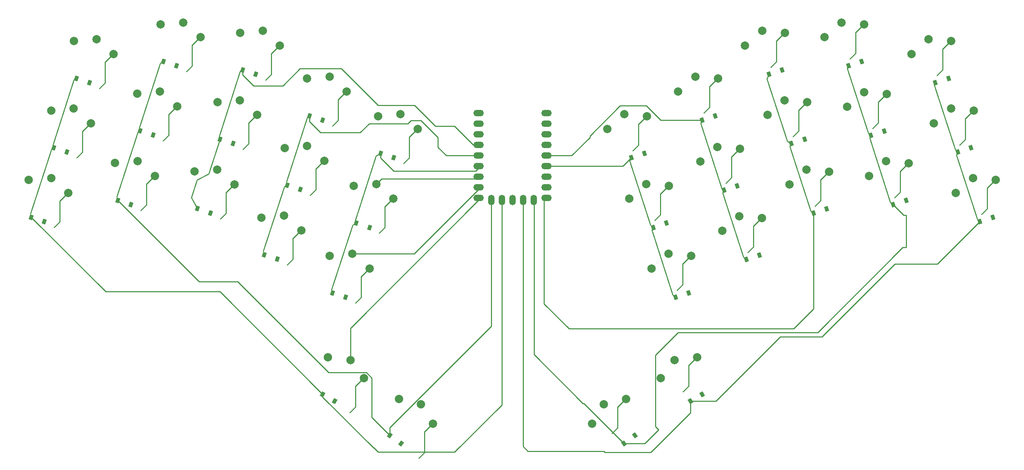
<source format=gbr>
%TF.GenerationSoftware,KiCad,Pcbnew,(6.0.7-1)-1*%
%TF.CreationDate,2023-02-18T17:29:48+08:00*%
%TF.ProjectId,karp2040,6b617270-3230-4343-902e-6b696361645f,rev?*%
%TF.SameCoordinates,Original*%
%TF.FileFunction,Copper,L1,Top*%
%TF.FilePolarity,Positive*%
%FSLAX46Y46*%
G04 Gerber Fmt 4.6, Leading zero omitted, Abs format (unit mm)*
G04 Created by KiCad (PCBNEW (6.0.7-1)-1) date 2023-02-18 17:29:48*
%MOMM*%
%LPD*%
G01*
G04 APERTURE LIST*
G04 Aperture macros list*
%AMRotRect*
0 Rectangle, with rotation*
0 The origin of the aperture is its center*
0 $1 length*
0 $2 width*
0 $3 Rotation angle, in degrees counterclockwise*
0 Add horizontal line*
21,1,$1,$2,0,0,$3*%
%AMFreePoly0*
4,1,50,0.004851,0.125700,0.009301,0.126657,0.029410,0.119120,0.057435,0.111610,0.063500,0.109985,0.069329,0.104156,0.076254,0.101560,0.089017,0.084468,0.109985,0.063500,0.112957,0.052407,0.119034,0.044268,0.120434,0.024505,0.127000,0.000000,0.123179,-0.014260,0.124085,-0.027055,0.115579,-0.042624,0.109985,-0.063500,0.097174,-0.076312,0.089801,-0.089803,-1.873000,-2.052605,
-1.873000,-6.950000,-1.876246,-6.972385,-1.875915,-6.977055,-1.877287,-6.979566,-1.878230,-6.986070,-1.895197,-7.012347,-1.910198,-7.039803,-3.260197,-8.389802,-3.289401,-8.411610,-3.359301,-8.426658,-3.426254,-8.401560,-3.469035,-8.344268,-3.474085,-8.272945,-3.439803,-8.210197,-2.127000,-6.897395,-2.127000,-2.000000,-2.123754,-1.977615,-2.124085,-1.972945,-2.122713,-1.970434,-2.121770,-1.963930,
-2.104806,-1.937658,-2.089803,-1.910197,-0.089803,0.089802,-0.065637,0.107848,-0.063500,0.109985,-0.062369,0.110288,-0.060599,0.111610,-0.044515,0.115071,0.000000,0.127000,0.004851,0.125700,0.004851,0.125700,$1*%
G04 Aperture macros list end*
%TA.AperFunction,ComponentPad*%
%ADD10O,2.500000X1.500000*%
%TD*%
%TA.AperFunction,ComponentPad*%
%ADD11O,1.500000X2.500000*%
%TD*%
%TA.AperFunction,ComponentPad*%
%ADD12C,2.000000*%
%TD*%
%TA.AperFunction,ComponentPad*%
%ADD13RotRect,0.900000X1.200000X324.000000*%
%TD*%
%TA.AperFunction,SMDPad,CuDef*%
%ADD14FreePoly0,324.000000*%
%TD*%
%TA.AperFunction,ComponentPad*%
%ADD15RotRect,0.900000X1.200000X18.000000*%
%TD*%
%TA.AperFunction,SMDPad,CuDef*%
%ADD16FreePoly0,18.000000*%
%TD*%
%TA.AperFunction,ComponentPad*%
%ADD17RotRect,0.900000X1.200000X342.000000*%
%TD*%
%TA.AperFunction,SMDPad,CuDef*%
%ADD18FreePoly0,342.000000*%
%TD*%
%TA.AperFunction,ComponentPad*%
%ADD19RotRect,0.900000X1.200000X30.000000*%
%TD*%
%TA.AperFunction,SMDPad,CuDef*%
%ADD20FreePoly0,30.000000*%
%TD*%
%TA.AperFunction,ComponentPad*%
%ADD21RotRect,0.900000X1.200000X330.000000*%
%TD*%
%TA.AperFunction,SMDPad,CuDef*%
%ADD22FreePoly0,330.000000*%
%TD*%
%TA.AperFunction,ComponentPad*%
%ADD23RotRect,0.900000X1.200000X36.000000*%
%TD*%
%TA.AperFunction,SMDPad,CuDef*%
%ADD24FreePoly0,36.000000*%
%TD*%
%TA.AperFunction,Conductor*%
%ADD25C,0.250000*%
%TD*%
G04 APERTURE END LIST*
D10*
%TO.P,U1,1,0*%
%TO.N,unconnected-(U1-Pad1)*%
X301380994Y126444726D03*
%TO.P,U1,2,1*%
%TO.N,unconnected-(U1-Pad2)*%
X301380994Y123904726D03*
%TO.P,U1,3,2*%
%TO.N,unconnected-(U1-Pad3)*%
X301380994Y121364726D03*
%TO.P,U1,4,3*%
%TO.N,unconnected-(U1-Pad4)*%
X301380994Y118824726D03*
%TO.P,U1,5,4*%
%TO.N,/C7*%
X301380994Y116284726D03*
%TO.P,U1,6,5*%
%TO.N,/C6*%
X301380994Y113744726D03*
%TO.P,U1,7,6*%
%TO.N,unconnected-(U1-Pad7)*%
X301380994Y111204726D03*
%TO.P,U1,8,7*%
%TO.N,/R1*%
X301380994Y108664726D03*
%TO.P,U1,9,8*%
%TO.N,/C8*%
X301380994Y106124726D03*
D11*
%TO.P,U1,10,9*%
%TO.N,/C9*%
X298340994Y105624726D03*
%TO.P,U1,11,10*%
%TO.N,/C10*%
X295800994Y105624726D03*
%TO.P,U1,12,11*%
%TO.N,unconnected-(U1-Pad12)*%
X293260994Y105624726D03*
%TO.P,U1,13,12*%
%TO.N,/C1*%
X290720994Y105624726D03*
%TO.P,U1,14,13*%
%TO.N,/C2*%
X288180994Y105624726D03*
D10*
%TO.P,U1,15,14*%
%TO.N,/R4*%
X285140994Y106124726D03*
%TO.P,U1,16,15*%
%TO.N,/R3*%
X285140994Y108664726D03*
%TO.P,U1,17,26*%
%TO.N,/R2*%
X285140994Y111204726D03*
%TO.P,U1,18,27*%
%TO.N,/C5*%
X285140994Y113744726D03*
%TO.P,U1,19,28*%
%TO.N,/C4*%
X285140994Y116284726D03*
%TO.P,U1,20,29*%
%TO.N,/C3*%
X285140994Y118824726D03*
%TO.P,U1,21,3V3*%
%TO.N,unconnected-(U1-Pad21)*%
X285140994Y121364726D03*
%TO.P,U1,22,GND*%
%TO.N,unconnected-(U1-Pad22)*%
X285140994Y123904726D03*
%TO.P,U1,23,5V*%
%TO.N,unconnected-(U1-Pad23)*%
X285140994Y126444726D03*
%TD*%
D12*
%TO.P,K8,1*%
%TO.N,/R4*%
X271373961Y56698503D03*
D13*
%TO.P,K8,2*%
%TO.N,/C2*%
X263926116Y49254572D03*
%TO.P,K8,3*%
%TO.N,N/C*%
X266595872Y47314880D03*
D12*
X266094527Y57938493D03*
D14*
X274184697Y52060641D03*
D12*
X274184697Y52060641D03*
%TD*%
%TO.P,K28,1*%
%TO.N,/R3*%
X363667342Y112877028D03*
D15*
%TO.P,K28,2*%
%TO.N,/C8*%
X365311876Y102476162D03*
%TO.P,K28,3*%
%TO.N,N/C*%
X368450362Y103495918D03*
D12*
X359560995Y109334724D03*
X369071561Y112424894D03*
D16*
X369071561Y112424894D03*
%TD*%
D12*
%TO.P,K27,1*%
%TO.N,/R2*%
X358387796Y129545958D03*
D15*
%TO.P,K27,2*%
%TO.N,/C8*%
X360032330Y119145092D03*
D12*
%TO.P,K27,3*%
%TO.N,N/C*%
X363792015Y129093824D03*
D16*
X363792015Y129093824D03*
D15*
X363170816Y120164848D03*
D12*
X354281449Y126003654D03*
%TD*%
%TO.P,K14,1*%
%TO.N,/R3*%
X238584196Y101895959D03*
D17*
%TO.P,K14,2*%
%TO.N,/C4*%
X233801176Y92514849D03*
D12*
%TO.P,K14,3*%
%TO.N,N/C*%
X233179977Y101443825D03*
D18*
X242690543Y98353655D03*
D12*
X242690543Y98353655D03*
D17*
X236939662Y91495093D03*
%TD*%
D12*
%TO.P,K19,1*%
%TO.N,/R2*%
X325297219Y109475713D03*
D15*
%TO.P,K19,2*%
%TO.N,/C6*%
X326941753Y99074847D03*
%TO.P,K19,3*%
%TO.N,N/C*%
X330080239Y100094603D03*
D16*
X330701438Y109023579D03*
D12*
X321190872Y105933409D03*
X330701438Y109023579D03*
%TD*%
%TO.P,K26,1*%
%TO.N,/R1*%
X353047219Y146175712D03*
D15*
%TO.P,K26,2*%
%TO.N,/C8*%
X354691753Y135774846D03*
D16*
%TO.P,K26,3*%
%TO.N,N/C*%
X358451438Y145723578D03*
D12*
X348940872Y142633408D03*
D15*
X357830239Y136794602D03*
D12*
X358451438Y145723578D03*
%TD*%
%TO.P,K17,1*%
%TO.N,/R3*%
X254934197Y92745960D03*
D17*
%TO.P,K17,2*%
%TO.N,/C5*%
X250151177Y83364850D03*
%TO.P,K17,3*%
%TO.N,N/C*%
X253289663Y82345094D03*
D12*
X249529978Y92293826D03*
X259040544Y89203656D03*
D18*
X259040544Y89203656D03*
%TD*%
D12*
%TO.P,K1,1*%
%TO.N,/R1*%
X193674771Y144175712D03*
D17*
%TO.P,K1,2*%
%TO.N,/C1*%
X188891751Y134794602D03*
D12*
%TO.P,K1,3*%
%TO.N,N/C*%
X197781118Y140633408D03*
D17*
X192030237Y133774846D03*
D12*
X188270552Y143723578D03*
D18*
X197781118Y140633408D03*
%TD*%
D12*
%TO.P,K3,1*%
%TO.N,/R3*%
X182834196Y110895958D03*
D17*
%TO.P,K3,2*%
%TO.N,/C1*%
X178051176Y101514848D03*
%TO.P,K3,3*%
%TO.N,N/C*%
X181189662Y100495092D03*
D18*
X186940543Y107353654D03*
D12*
X186940543Y107353654D03*
X177429977Y110443824D03*
%TD*%
%TO.P,K25,1*%
%TO.N,/R4*%
X332060995Y67291389D03*
D19*
%TO.P,K25,2*%
%TO.N,/C10*%
X335832053Y57459725D03*
D12*
%TO.P,K25,3*%
%TO.N,N/C*%
X337441122Y67972736D03*
X328780868Y62972736D03*
D19*
X338689937Y59109725D03*
D20*
X337441122Y67972736D03*
%TD*%
D12*
%TO.P,K7,1*%
%TO.N,/R3*%
X203534194Y114945960D03*
D17*
%TO.P,K7,2*%
%TO.N,/C2*%
X198751174Y105564850D03*
D18*
%TO.P,K7,3*%
%TO.N,N/C*%
X207640541Y111403656D03*
D17*
X201889660Y104545094D03*
D12*
X207640541Y111403656D03*
X198129975Y114493826D03*
%TD*%
%TO.P,K24,1*%
%TO.N,/R3*%
X347567342Y101777028D03*
D15*
%TO.P,K24,2*%
%TO.N,/C7*%
X349211876Y91376162D03*
%TO.P,K24,3*%
%TO.N,N/C*%
X352350362Y92395918D03*
D16*
X352971561Y101324894D03*
D12*
X343460995Y98234724D03*
X352971561Y101324894D03*
%TD*%
%TO.P,K23,1*%
%TO.N,/R2*%
X342297219Y118375714D03*
D15*
%TO.P,K23,2*%
%TO.N,/C7*%
X343941753Y107974848D03*
%TO.P,K23,3*%
%TO.N,N/C*%
X347080239Y108994604D03*
D16*
X347701438Y117923580D03*
D12*
X338190872Y114833410D03*
X347701438Y117923580D03*
%TD*%
%TO.P,K22,1*%
%TO.N,/R1*%
X337047219Y135175712D03*
D15*
%TO.P,K22,2*%
%TO.N,/C7*%
X338691753Y124774846D03*
%TO.P,K22,3*%
%TO.N,N/C*%
X341830239Y125794602D03*
D16*
X342451438Y134723578D03*
D12*
X342451438Y134723578D03*
X332940872Y131633408D03*
%TD*%
%TO.P,K31,1*%
%TO.N,/R3*%
X382717342Y114927028D03*
D15*
%TO.P,K31,2*%
%TO.N,/C9*%
X384361876Y104526162D03*
D16*
%TO.P,K31,3*%
%TO.N,N/C*%
X388121561Y114474894D03*
D12*
X388121561Y114474894D03*
D15*
X387500362Y105545918D03*
D12*
X378610995Y111384724D03*
%TD*%
%TO.P,K15,1*%
%TO.N,/R1*%
X266474771Y126175715D03*
D17*
%TO.P,K15,2*%
%TO.N,/C5*%
X261691751Y116794605D03*
%TO.P,K15,3*%
%TO.N,N/C*%
X264830237Y115774849D03*
D18*
X270581118Y122633411D03*
D12*
X270581118Y122633411D03*
X261070552Y125723581D03*
%TD*%
%TO.P,K16,1*%
%TO.N,/R2*%
X260674773Y109475714D03*
D17*
%TO.P,K16,2*%
%TO.N,/C5*%
X255891753Y100094604D03*
D12*
%TO.P,K16,3*%
%TO.N,N/C*%
X264781120Y105933410D03*
D18*
X264781120Y105933410D03*
D17*
X259030239Y99074848D03*
D12*
X255270554Y109023580D03*
%TD*%
%TO.P,K4,1*%
%TO.N,/R4*%
X254460994Y67291389D03*
D21*
%TO.P,K4,2*%
%TO.N,/C1*%
X247832052Y59109725D03*
%TO.P,K4,3*%
%TO.N,N/C*%
X250689936Y57459725D03*
D22*
X257741121Y62972736D03*
D12*
X249080867Y67972736D03*
X257741121Y62972736D03*
%TD*%
%TO.P,K10,1*%
%TO.N,/R2*%
X228034197Y129545959D03*
D17*
%TO.P,K10,2*%
%TO.N,/C3*%
X223251177Y120164849D03*
%TO.P,K10,3*%
%TO.N,N/C*%
X226389663Y119145093D03*
D12*
X232140544Y126003655D03*
D18*
X232140544Y126003655D03*
D12*
X222629978Y129093825D03*
%TD*%
%TO.P,K29,1*%
%TO.N,/R1*%
X372047218Y148175714D03*
D15*
%TO.P,K29,2*%
%TO.N,/C9*%
X373691752Y137774848D03*
D12*
%TO.P,K29,3*%
%TO.N,N/C*%
X377451437Y147723580D03*
D15*
X376830238Y138794604D03*
D12*
X367940871Y144633410D03*
D16*
X377451437Y147723580D03*
%TD*%
D12*
%TO.P,K13,1*%
%TO.N,/R2*%
X244124771Y118575715D03*
D17*
%TO.P,K13,2*%
%TO.N,/C4*%
X239341751Y109194605D03*
D12*
%TO.P,K13,3*%
%TO.N,N/C*%
X238720552Y118123581D03*
D17*
X242480237Y108174849D03*
D18*
X248231118Y115033411D03*
D12*
X248231118Y115033411D03*
%TD*%
%TO.P,K12,1*%
%TO.N,/R1*%
X249474771Y135175711D03*
D17*
%TO.P,K12,2*%
%TO.N,/C4*%
X244691751Y125794601D03*
D12*
%TO.P,K12,3*%
%TO.N,N/C*%
X244070552Y134723577D03*
D18*
X253581118Y131633407D03*
D17*
X247830237Y124774845D03*
D12*
X253581118Y131633407D03*
%TD*%
%TO.P,K5,1*%
%TO.N,/R1*%
X214474770Y148175714D03*
D17*
%TO.P,K5,2*%
%TO.N,/C2*%
X209691750Y138794604D03*
D18*
%TO.P,K5,3*%
%TO.N,N/C*%
X218581117Y144633410D03*
D12*
X209070551Y147723580D03*
D17*
X212830236Y137774848D03*
D12*
X218581117Y144633410D03*
%TD*%
%TO.P,K30,1*%
%TO.N,/R2*%
X377437795Y131495958D03*
D15*
%TO.P,K30,2*%
%TO.N,/C9*%
X379082329Y121095092D03*
%TO.P,K30,3*%
%TO.N,N/C*%
X382220815Y122114848D03*
D12*
X373331448Y127953654D03*
X382842014Y131043824D03*
D16*
X382842014Y131043824D03*
%TD*%
D12*
%TO.P,K6,1*%
%TO.N,/R2*%
X208884197Y131595960D03*
D17*
%TO.P,K6,2*%
%TO.N,/C2*%
X204101177Y122214850D03*
D18*
%TO.P,K6,3*%
%TO.N,N/C*%
X212990544Y128053656D03*
D12*
X203479978Y131143826D03*
D17*
X207239663Y121195094D03*
D12*
X212990544Y128053656D03*
%TD*%
%TO.P,K9,1*%
%TO.N,/R1*%
X233474773Y146175715D03*
D17*
%TO.P,K9,2*%
%TO.N,/C3*%
X228691753Y136794605D03*
%TO.P,K9,3*%
%TO.N,N/C*%
X231830239Y135774849D03*
D12*
X237581120Y142633411D03*
X228070554Y145723581D03*
D18*
X237581120Y142633411D03*
%TD*%
D12*
%TO.P,K32,1*%
%TO.N,/R1*%
X392847217Y144175712D03*
D15*
%TO.P,K32,2*%
%TO.N,/C10*%
X394491751Y133774846D03*
D12*
%TO.P,K32,3*%
%TO.N,N/C*%
X398251436Y143723578D03*
X388740870Y140633408D03*
D16*
X398251436Y143723578D03*
D15*
X397630237Y134794602D03*
%TD*%
D12*
%TO.P,K11,1*%
%TO.N,/R3*%
X222584197Y112945959D03*
D17*
%TO.P,K11,2*%
%TO.N,/C3*%
X217801177Y103564849D03*
D18*
%TO.P,K11,3*%
%TO.N,N/C*%
X226690544Y109403655D03*
D12*
X226690544Y109403655D03*
X217179978Y112493825D03*
D17*
X220939663Y102545093D03*
%TD*%
D12*
%TO.P,K20,1*%
%TO.N,/R3*%
X330637796Y92745959D03*
D15*
%TO.P,K20,2*%
%TO.N,/C6*%
X332282330Y82345093D03*
D16*
%TO.P,K20,3*%
%TO.N,N/C*%
X336042015Y92293825D03*
D12*
X336042015Y92293825D03*
D15*
X335420816Y83364849D03*
D12*
X326531449Y89203655D03*
%TD*%
%TO.P,K18,1*%
%TO.N,/R1*%
X320047218Y126175713D03*
D15*
%TO.P,K18,2*%
%TO.N,/C6*%
X321691752Y115774847D03*
D12*
%TO.P,K18,3*%
%TO.N,N/C*%
X315940871Y122633409D03*
D16*
X325451437Y125723579D03*
D15*
X324830238Y116794603D03*
D12*
X325451437Y125723579D03*
%TD*%
%TO.P,K21,1*%
%TO.N,/R4*%
X315148027Y56698503D03*
D23*
%TO.P,K21,2*%
%TO.N,/C9*%
X319926116Y47314880D03*
D12*
%TO.P,K21,3*%
%TO.N,N/C*%
X320427461Y57938493D03*
X312337291Y52060641D03*
D23*
X322595872Y49254572D03*
D24*
X320427461Y57938493D03*
%TD*%
D12*
%TO.P,K34,1*%
%TO.N,/R3*%
X403487795Y110895959D03*
D15*
%TO.P,K34,2*%
%TO.N,/C10*%
X405132329Y100495093D03*
%TO.P,K34,3*%
%TO.N,N/C*%
X408270815Y101514849D03*
D12*
X399381448Y107353655D03*
X408892014Y110443825D03*
D16*
X408892014Y110443825D03*
%TD*%
D12*
%TO.P,K33,1*%
%TO.N,/R2*%
X398237796Y127545959D03*
D15*
%TO.P,K33,2*%
%TO.N,/C10*%
X399882330Y117145093D03*
D12*
%TO.P,K33,3*%
%TO.N,N/C*%
X403642015Y127093825D03*
X394131449Y124003655D03*
D16*
X403642015Y127093825D03*
D15*
X403020816Y118164849D03*
%TD*%
D12*
%TO.P,K2,1*%
%TO.N,/R2*%
X188234196Y127545960D03*
D17*
%TO.P,K2,2*%
%TO.N,/C1*%
X183451176Y118164850D03*
D18*
%TO.P,K2,3*%
%TO.N,N/C*%
X192340543Y124003656D03*
D12*
X192340543Y124003656D03*
X182829977Y127093826D03*
D17*
X186589662Y117145094D03*
%TD*%
D25*
%TO.N,/C1*%
X290720994Y106124726D02*
X290720994Y56570994D01*
X195866024Y83700000D02*
X223241777Y83700000D01*
X290720994Y56570994D02*
X279400000Y45250000D01*
X279400000Y45250000D02*
X261100000Y45250000D01*
X188891751Y134794603D02*
X188311588Y134498995D01*
X247832052Y58416905D02*
X247832052Y59109725D01*
X183451175Y118164850D02*
X182927524Y117898036D01*
X182927524Y117898036D02*
X177865146Y102317640D01*
X223241777Y83700000D02*
X247832052Y59109725D01*
X188311588Y134498995D02*
X183265145Y118967641D01*
X178051176Y101514848D02*
X195866024Y83700000D01*
X260100000Y46250000D02*
X259998957Y46250000D01*
X261100000Y45250000D02*
X260100000Y46250000D01*
X259998957Y46250000D02*
X247832052Y58416905D01*
%TO.N,/R2*%
X285827390Y110754726D02*
X285959192Y110886528D01*
X261953785Y110754726D02*
X260674773Y109475714D01*
X261953785Y110754726D02*
X285827390Y110754726D01*
%TO.N,/R3*%
X254934197Y92745960D02*
X269722228Y92745960D01*
X269722228Y92745960D02*
X285640994Y108664726D01*
%TO.N,/R4*%
X254460994Y67291389D02*
X254460994Y74944726D01*
X254460994Y74944726D02*
X285640994Y106124726D01*
%TO.N,/C4*%
X247300000Y121800000D02*
X256800000Y121800000D01*
X271350000Y124700000D02*
X275450000Y120600000D01*
X277415274Y116284726D02*
X285640994Y116284726D01*
X238661219Y108847856D02*
X233615145Y93317640D01*
X244208548Y125548398D02*
X239155721Y109997395D01*
X275450000Y118250000D02*
X277415274Y116284726D01*
X268950000Y124700000D02*
X271350000Y124700000D01*
X244691751Y125794601D02*
X244691751Y124408249D01*
X268200000Y123950000D02*
X268950000Y124700000D01*
X258950000Y123950000D02*
X268200000Y123950000D01*
X239341751Y109194604D02*
X238661219Y108847856D01*
X275450000Y120600000D02*
X275450000Y118250000D01*
X256800000Y121800000D02*
X258950000Y123950000D01*
X244691750Y125794601D02*
X244208548Y125548398D01*
X244691751Y124408249D02*
X247300000Y121800000D01*
%TO.N,/C2*%
X258289954Y64297736D02*
X249252264Y64297736D01*
X203637442Y121978565D02*
X198565145Y106367640D01*
X208912360Y138397485D02*
X203915146Y123017640D01*
X227498826Y86051174D02*
X218264850Y86051174D01*
X218264850Y86051174D02*
X198751174Y105564850D01*
X204101176Y122214850D02*
X203637442Y121978565D01*
X263926116Y51124491D02*
X288180994Y75379368D01*
X259600000Y53580688D02*
X263926116Y49254572D01*
X288180994Y75379368D02*
X288180994Y106124726D01*
X263926116Y49254572D02*
X263926116Y51124491D01*
X209691750Y138794603D02*
X208912360Y138397485D01*
X259600000Y53580688D02*
X259600000Y62987690D01*
X249252264Y64297736D02*
X227498826Y86051174D01*
X259600000Y62987690D02*
X258289954Y64297736D01*
%TO.N,/C5*%
X261691751Y116794604D02*
X260617632Y116247314D01*
X261691751Y115708249D02*
X264850000Y112550000D01*
X260617632Y116247314D02*
X255476592Y100424822D01*
X284446268Y112550000D02*
X285640994Y113744726D01*
X255891754Y100094603D02*
X254991008Y99635651D01*
X261691751Y116794605D02*
X261691751Y115708249D01*
X264850000Y112550000D02*
X284446268Y112550000D01*
X254991008Y99635651D02*
X249965145Y84167641D01*
%TO.N,/C3*%
X269850000Y128300000D02*
X274850000Y123300000D01*
X228691753Y136794606D02*
X228111591Y136498998D01*
X220563002Y111891498D02*
X217793911Y110480575D01*
X283875274Y118824726D02*
X285640994Y118824726D01*
X231300000Y133000000D02*
X238300000Y133000000D01*
X217793911Y110480575D02*
X216424652Y106266431D01*
X228691753Y135608247D02*
X231300000Y133000000D01*
X279400000Y123300000D02*
X283875274Y118824726D01*
X223251177Y120164848D02*
X220563002Y111891498D01*
X238300000Y133000000D02*
X242400000Y137100000D01*
X252300000Y137100000D02*
X261100000Y128300000D01*
X261100000Y128300000D02*
X269850000Y128300000D01*
X228691753Y136794605D02*
X228691753Y135608247D01*
X228111591Y136498998D02*
X223065147Y120967639D01*
X216424652Y106266431D02*
X217801177Y103564850D01*
X242400000Y137100000D02*
X252300000Y137100000D01*
X274850000Y123300000D02*
X279400000Y123300000D01*
%TO.N,/C6*%
X321311319Y115028206D02*
X326319383Y99614973D01*
X321691752Y115774847D02*
X319661631Y113744726D01*
X326610724Y98425167D02*
X331659959Y82885218D01*
X321691752Y115774847D02*
X321311319Y115028206D01*
X326941753Y99074847D02*
X326610724Y98425167D01*
X319661631Y113744726D02*
X300880994Y113744726D01*
%TO.N,/C7*%
X338691753Y124774846D02*
X338291480Y123989266D01*
X311800000Y121000000D02*
X311800000Y120650000D01*
X343941752Y107974848D02*
X343593708Y107291772D01*
X343406220Y108247715D02*
X343941752Y107974848D01*
X311800000Y120650000D02*
X307434726Y116284726D01*
X307434726Y116284726D02*
X300880994Y116284726D01*
X338291480Y123989266D02*
X343406220Y108247715D01*
X338691753Y124774846D02*
X328775154Y124774846D01*
X319050000Y128250000D02*
X311800000Y121000000D01*
X325300000Y128250000D02*
X319050000Y128250000D01*
X328775154Y124774846D02*
X325300000Y128250000D01*
X343593708Y107291772D02*
X348589506Y91916288D01*
%TO.N,/C8*%
X359676103Y118445957D02*
X364689506Y103016288D01*
X354691753Y135774846D02*
X354148411Y134708479D01*
X300850000Y106093732D02*
X300880994Y106124726D01*
X365311876Y102476162D02*
X365311876Y79561876D01*
X300850000Y80750000D02*
X300850000Y106093732D01*
X359041171Y119650113D02*
X360032330Y119145092D01*
X365311876Y79561876D02*
X360550000Y74800000D01*
X360032330Y119145092D02*
X359676103Y118445957D01*
X306800000Y74800000D02*
X300850000Y80750000D01*
X360550000Y74800000D02*
X306800000Y74800000D01*
X354148411Y134708479D02*
X359041171Y119650113D01*
%TO.N,/C9*%
X373401174Y137204558D02*
X378459959Y121635217D01*
X379082329Y121095092D02*
X378745942Y120434895D01*
X378745942Y120434895D02*
X383739505Y105066288D01*
X310340996Y56900000D02*
X310150000Y56900000D01*
X386700000Y94250000D02*
X387550000Y94250000D01*
X332900000Y73900000D02*
X366350000Y73900000D01*
X386888038Y102000000D02*
X384361876Y104526162D01*
X298450000Y106015720D02*
X298340994Y106124726D01*
X373691751Y137774848D02*
X373401174Y137204558D01*
X387550000Y94250000D02*
X387550000Y102000000D01*
X324914880Y47314880D02*
X328200000Y50600000D01*
X327450000Y68450000D02*
X332900000Y73900000D01*
X310150000Y56900000D02*
X298450000Y68600000D01*
X319926116Y47314880D02*
X310340996Y56900000D01*
X319926116Y47314880D02*
X324914880Y47314880D01*
X366350000Y73900000D02*
X386700000Y94250000D01*
X387550000Y102000000D02*
X386888038Y102000000D01*
X327455868Y51344132D02*
X327455868Y68444132D01*
X328200000Y50600000D02*
X327455868Y51344132D01*
X298450000Y68600000D02*
X298450000Y106015720D01*
X327455868Y68444132D02*
X327450000Y68450000D01*
%TO.N,/C10*%
X315100000Y45450000D02*
X296950000Y45450000D01*
X394987236Y90350000D02*
X405132329Y100495093D01*
X341959725Y57459725D02*
X357400000Y72900000D01*
X367350000Y72900000D02*
X384800000Y90350000D01*
X335832053Y57459725D02*
X341959725Y57459725D01*
X357400000Y72900000D02*
X367350000Y72900000D01*
X394491750Y133774846D02*
X394211094Y133224028D01*
X326350000Y45200000D02*
X315350000Y45200000D01*
X394211094Y133224028D02*
X399259960Y117685218D01*
X399882330Y117145093D02*
X399511816Y116417919D01*
X335832053Y54682053D02*
X326350000Y45200000D01*
X295800994Y46599006D02*
X295800994Y106124726D01*
X315350000Y45200000D02*
X315100000Y45450000D01*
X384800000Y90350000D02*
X394987236Y90350000D01*
X335832053Y57459725D02*
X335832053Y54682053D01*
X399511816Y116417919D02*
X404509959Y101035218D01*
X296950000Y45450000D02*
X295800994Y46599006D01*
%TD*%
M02*

</source>
